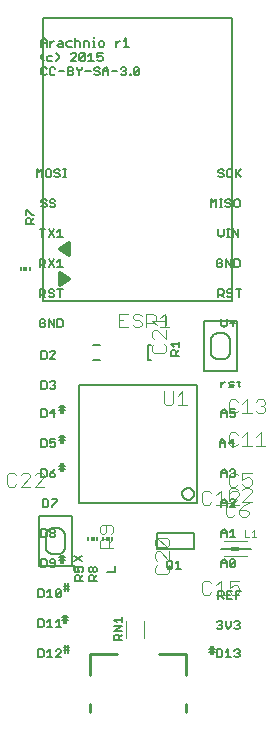
<source format=gto>
G75*
%MOIN*%
%OFA0B0*%
%FSLAX24Y24*%
%IPPOS*%
%LPD*%
%AMOC8*
5,1,8,0,0,1.08239X$1,22.5*
%
%ADD10C,0.0120*%
%ADD11C,0.0160*%
%ADD12C,0.0050*%
%ADD13R,0.0059X0.0118*%
%ADD14R,0.0118X0.0118*%
%ADD15C,0.0100*%
%ADD16C,0.0040*%
%ADD17C,0.0028*%
%ADD18C,0.0020*%
%ADD19R,0.0276X0.0118*%
D10*
X016550Y029950D02*
X016840Y030150D01*
X016550Y030350D01*
X016550Y029950D01*
X016850Y030950D02*
X016850Y031350D01*
X016550Y031150D01*
X016850Y030950D01*
D11*
X016730Y031110D02*
X016730Y031190D01*
X016670Y030190D02*
X016670Y030120D01*
D12*
X015960Y017525D02*
X015825Y017525D01*
X015825Y017795D01*
X015960Y017795D01*
X016005Y017750D01*
X016005Y017570D01*
X015960Y017525D01*
X016120Y017525D02*
X016300Y017525D01*
X016210Y017525D02*
X016210Y017795D01*
X016120Y017705D01*
X016414Y017750D02*
X016459Y017795D01*
X016549Y017795D01*
X016594Y017750D01*
X016594Y017705D01*
X016414Y017525D01*
X016594Y017525D01*
X016720Y017675D02*
X016720Y017945D01*
X016810Y017945D02*
X016810Y017675D01*
X016855Y017765D02*
X016675Y017765D01*
X016675Y017855D02*
X016810Y017855D01*
X016855Y017855D01*
X016594Y018525D02*
X016414Y018525D01*
X016504Y018525D02*
X016504Y018795D01*
X016414Y018705D01*
X016300Y018525D02*
X016120Y018525D01*
X016210Y018525D02*
X016210Y018795D01*
X016120Y018705D01*
X016005Y018750D02*
X015960Y018795D01*
X015825Y018795D01*
X015825Y018525D01*
X015960Y018525D01*
X016005Y018570D01*
X016005Y018750D01*
X015960Y019525D02*
X016005Y019570D01*
X016005Y019750D01*
X015960Y019795D01*
X015825Y019795D01*
X015825Y019525D01*
X015960Y019525D01*
X016120Y019525D02*
X016300Y019525D01*
X016210Y019525D02*
X016210Y019795D01*
X016120Y019705D01*
X016414Y019750D02*
X016459Y019795D01*
X016549Y019795D01*
X016594Y019750D01*
X016414Y019570D01*
X016459Y019525D01*
X016549Y019525D01*
X016594Y019570D01*
X016594Y019750D01*
X016675Y019815D02*
X016855Y019815D01*
X016855Y019905D02*
X016810Y019905D01*
X016675Y019905D01*
X016720Y019995D02*
X016720Y019725D01*
X016810Y019725D02*
X016810Y019995D01*
X017055Y020075D02*
X017055Y020210D01*
X017100Y020255D01*
X017190Y020255D01*
X017235Y020210D01*
X017235Y020075D01*
X017325Y020075D02*
X017055Y020075D01*
X017235Y020165D02*
X017325Y020255D01*
X017280Y020370D02*
X017325Y020415D01*
X017325Y020505D01*
X017280Y020550D01*
X017190Y020550D01*
X017145Y020505D01*
X017145Y020460D01*
X017190Y020370D01*
X017055Y020370D01*
X017055Y020550D01*
X017025Y020526D02*
X017295Y020526D01*
X017295Y020730D02*
X017025Y020911D01*
X017025Y020730D02*
X017295Y020911D01*
X017025Y020616D02*
X017025Y020436D01*
X016951Y020573D02*
X015849Y020573D01*
X015849Y022227D01*
X016951Y022227D01*
X016951Y020573D01*
X016660Y020675D02*
X016660Y020945D01*
X016660Y020855D02*
X016705Y020855D01*
X016660Y020855D02*
X016525Y020855D01*
X016525Y020765D02*
X016705Y020765D01*
X016570Y020675D02*
X016570Y020945D01*
X016479Y020967D02*
X016321Y020967D01*
X016355Y020795D02*
X016265Y020795D01*
X016220Y020750D01*
X016220Y020705D01*
X016265Y020660D01*
X016400Y020660D01*
X016400Y020570D02*
X016400Y020750D01*
X016355Y020795D01*
X016400Y020570D02*
X016355Y020525D01*
X016265Y020525D01*
X016220Y020570D01*
X016105Y020570D02*
X016105Y020750D01*
X016060Y020795D01*
X015925Y020795D01*
X015925Y020525D01*
X016060Y020525D01*
X016105Y020570D01*
X016414Y019750D02*
X016414Y019570D01*
X016670Y018945D02*
X016670Y018675D01*
X016760Y018675D02*
X016760Y018945D01*
X016760Y018855D02*
X016805Y018855D01*
X016760Y018855D02*
X016625Y018855D01*
X016625Y018765D02*
X016805Y018765D01*
X017505Y020075D02*
X017505Y020210D01*
X017550Y020255D01*
X017640Y020255D01*
X017685Y020210D01*
X017685Y020075D01*
X017775Y020075D02*
X017505Y020075D01*
X017685Y020165D02*
X017775Y020255D01*
X017730Y020370D02*
X017685Y020370D01*
X017640Y020415D01*
X017640Y020505D01*
X017685Y020550D01*
X017730Y020550D01*
X017775Y020505D01*
X017775Y020415D01*
X017730Y020370D01*
X017640Y020415D02*
X017595Y020370D01*
X017550Y020370D01*
X017505Y020415D01*
X017505Y020505D01*
X017550Y020550D01*
X017595Y020550D01*
X017640Y020505D01*
X018105Y020375D02*
X018375Y020375D01*
X018375Y020555D01*
X018625Y018869D02*
X018625Y018689D01*
X018625Y018779D02*
X018355Y018779D01*
X018445Y018689D01*
X018355Y018575D02*
X018625Y018575D01*
X018355Y018395D01*
X018625Y018395D01*
X018625Y018280D02*
X018535Y018190D01*
X018535Y018235D02*
X018535Y018100D01*
X018625Y018100D02*
X018355Y018100D01*
X018355Y018235D01*
X018400Y018280D01*
X018490Y018280D01*
X018535Y018235D01*
X020153Y020483D02*
X020108Y020528D01*
X020108Y020708D01*
X020153Y020753D01*
X020243Y020753D01*
X020288Y020708D01*
X020288Y020528D01*
X020243Y020483D01*
X020153Y020483D01*
X020198Y020573D02*
X020288Y020483D01*
X020403Y020483D02*
X020583Y020483D01*
X020493Y020483D02*
X020493Y020753D01*
X020403Y020663D01*
X021030Y021144D02*
X021030Y021656D01*
X019770Y021656D01*
X019770Y021144D01*
X021030Y021144D01*
X021825Y019745D02*
X021960Y019745D01*
X022005Y019700D01*
X022005Y019610D01*
X021960Y019565D01*
X021825Y019565D01*
X021825Y019475D02*
X021825Y019745D01*
X021915Y019565D02*
X022005Y019475D01*
X022120Y019475D02*
X022300Y019475D01*
X022414Y019475D02*
X022414Y019745D01*
X022594Y019745D01*
X022504Y019610D02*
X022414Y019610D01*
X022300Y019745D02*
X022120Y019745D01*
X022120Y019475D01*
X022120Y019610D02*
X022210Y019610D01*
X022265Y020525D02*
X022220Y020570D01*
X022400Y020750D01*
X022400Y020570D01*
X022355Y020525D01*
X022265Y020525D01*
X022220Y020570D02*
X022220Y020750D01*
X022265Y020795D01*
X022355Y020795D01*
X022400Y020750D01*
X022105Y020705D02*
X022105Y020525D01*
X022105Y020660D02*
X021925Y020660D01*
X021925Y020705D02*
X022015Y020795D01*
X022105Y020705D01*
X021925Y020705D02*
X021925Y020525D01*
X021928Y021150D02*
X022912Y021150D01*
X022400Y021525D02*
X022220Y021525D01*
X022310Y021525D02*
X022310Y021795D01*
X022220Y021705D01*
X022105Y021705D02*
X022015Y021795D01*
X021925Y021705D01*
X021925Y021525D01*
X021925Y021660D02*
X022105Y021660D01*
X022105Y021705D02*
X022105Y021525D01*
X022105Y022525D02*
X022105Y022705D01*
X022015Y022795D01*
X021925Y022705D01*
X021925Y022525D01*
X021925Y022660D02*
X022105Y022660D01*
X022220Y022750D02*
X022265Y022795D01*
X022355Y022795D01*
X022400Y022750D01*
X022400Y022705D01*
X022220Y022525D01*
X022400Y022525D01*
X022355Y023525D02*
X022265Y023525D01*
X022220Y023570D01*
X022105Y023525D02*
X022105Y023705D01*
X022015Y023795D01*
X021925Y023705D01*
X021925Y023525D01*
X021925Y023660D02*
X022105Y023660D01*
X022220Y023750D02*
X022265Y023795D01*
X022355Y023795D01*
X022400Y023750D01*
X022400Y023705D01*
X022355Y023660D01*
X022400Y023615D01*
X022400Y023570D01*
X022355Y023525D01*
X022355Y023660D02*
X022310Y023660D01*
X022305Y024525D02*
X022305Y024795D01*
X022170Y024660D01*
X022350Y024660D01*
X022055Y024660D02*
X021875Y024660D01*
X021875Y024705D02*
X021965Y024795D01*
X022055Y024705D01*
X022055Y024525D01*
X021875Y024525D02*
X021875Y024705D01*
X021925Y025525D02*
X021925Y025705D01*
X022015Y025795D01*
X022105Y025705D01*
X022105Y025525D01*
X022220Y025570D02*
X022265Y025525D01*
X022355Y025525D01*
X022400Y025570D01*
X022400Y025660D01*
X022355Y025705D01*
X022310Y025705D01*
X022220Y025660D01*
X022220Y025795D01*
X022400Y025795D01*
X022105Y025660D02*
X021925Y025660D01*
X021925Y026525D02*
X021925Y026705D01*
X021925Y026615D02*
X022015Y026705D01*
X022060Y026705D01*
X022171Y026660D02*
X022216Y026705D01*
X022351Y026705D01*
X022306Y026615D02*
X022216Y026615D01*
X022171Y026660D01*
X022171Y026525D02*
X022306Y026525D01*
X022351Y026570D01*
X022306Y026615D01*
X022465Y026705D02*
X022555Y026705D01*
X022510Y026750D02*
X022510Y026570D01*
X022555Y026525D01*
X022451Y027073D02*
X021349Y027073D01*
X021349Y028727D01*
X022451Y028727D01*
X022451Y027073D01*
X021979Y027467D02*
X021821Y027467D01*
X021793Y027469D01*
X021765Y027474D01*
X021737Y027482D01*
X021711Y027494D01*
X021687Y027509D01*
X021665Y027526D01*
X021644Y027547D01*
X021627Y027569D01*
X021612Y027593D01*
X021600Y027619D01*
X021592Y027647D01*
X021587Y027675D01*
X021585Y027703D01*
X021585Y028097D01*
X021587Y028125D01*
X021592Y028153D01*
X021600Y028181D01*
X021612Y028207D01*
X021627Y028231D01*
X021644Y028253D01*
X021665Y028274D01*
X021687Y028291D01*
X021711Y028306D01*
X021737Y028318D01*
X021765Y028326D01*
X021793Y028331D01*
X021821Y028333D01*
X021979Y028333D01*
X022015Y028525D02*
X022105Y028615D01*
X022105Y028795D01*
X022220Y028660D02*
X022400Y028660D01*
X022310Y028750D02*
X022310Y028570D01*
X022015Y028525D02*
X021925Y028615D01*
X021925Y028795D01*
X022300Y029400D02*
X016000Y029400D01*
X016000Y038849D01*
X022300Y038849D01*
X022300Y029400D01*
X022255Y029525D02*
X022165Y029525D01*
X022120Y029570D01*
X022165Y029660D02*
X022255Y029660D01*
X022300Y029615D01*
X022300Y029570D01*
X022255Y029525D01*
X022165Y029660D02*
X022120Y029705D01*
X022120Y029750D01*
X022165Y029795D01*
X022255Y029795D01*
X022300Y029750D01*
X022414Y029795D02*
X022594Y029795D01*
X022504Y029795D02*
X022504Y029525D01*
X022005Y029525D02*
X021915Y029615D01*
X021960Y029615D02*
X021825Y029615D01*
X021825Y029525D02*
X021825Y029795D01*
X021960Y029795D01*
X022005Y029750D01*
X022005Y029660D01*
X021960Y029615D01*
X021910Y030525D02*
X021820Y030525D01*
X021775Y030570D01*
X021775Y030750D01*
X021820Y030795D01*
X021910Y030795D01*
X021955Y030750D01*
X021955Y030660D02*
X021865Y030660D01*
X021955Y030660D02*
X021955Y030570D01*
X021910Y030525D01*
X022070Y030525D02*
X022070Y030795D01*
X022250Y030525D01*
X022250Y030795D01*
X022364Y030795D02*
X022499Y030795D01*
X022544Y030750D01*
X022544Y030570D01*
X022499Y030525D01*
X022364Y030525D01*
X022364Y030795D01*
X022316Y031525D02*
X022316Y031795D01*
X022496Y031525D01*
X022496Y031795D01*
X022210Y031795D02*
X022120Y031795D01*
X022165Y031795D02*
X022165Y031525D01*
X022120Y031525D02*
X022210Y031525D01*
X022005Y031615D02*
X022005Y031795D01*
X022005Y031615D02*
X021915Y031525D01*
X021825Y031615D01*
X021825Y031795D01*
X021870Y032525D02*
X021960Y032525D01*
X021915Y032525D02*
X021915Y032795D01*
X021870Y032795D02*
X021960Y032795D01*
X022066Y032750D02*
X022066Y032705D01*
X022111Y032660D01*
X022201Y032660D01*
X022246Y032615D01*
X022246Y032570D01*
X022201Y032525D01*
X022111Y032525D01*
X022066Y032570D01*
X022066Y032750D02*
X022111Y032795D01*
X022201Y032795D01*
X022246Y032750D01*
X022361Y032750D02*
X022361Y032570D01*
X022406Y032525D01*
X022496Y032525D01*
X022541Y032570D01*
X022541Y032750D01*
X022496Y032795D01*
X022406Y032795D01*
X022361Y032750D01*
X022414Y033525D02*
X022414Y033795D01*
X022300Y033750D02*
X022255Y033795D01*
X022165Y033795D01*
X022120Y033750D01*
X022120Y033570D01*
X022165Y033525D01*
X022255Y033525D01*
X022300Y033570D01*
X022414Y033615D02*
X022594Y033795D01*
X022459Y033660D02*
X022594Y033525D01*
X022005Y033570D02*
X021960Y033525D01*
X021870Y033525D01*
X021825Y033570D01*
X021870Y033660D02*
X021825Y033705D01*
X021825Y033750D01*
X021870Y033795D01*
X021960Y033795D01*
X022005Y033750D01*
X021960Y033660D02*
X022005Y033615D01*
X022005Y033570D01*
X021960Y033660D02*
X021870Y033660D01*
X021755Y032795D02*
X021755Y032525D01*
X021575Y032525D02*
X021575Y032795D01*
X021665Y032705D01*
X021755Y032795D01*
X019154Y036925D02*
X019064Y036925D01*
X019019Y036970D01*
X019199Y037150D01*
X019199Y036970D01*
X019154Y036925D01*
X019019Y036970D02*
X019019Y037150D01*
X019064Y037195D01*
X019154Y037195D01*
X019199Y037150D01*
X018917Y036970D02*
X018917Y036925D01*
X018872Y036925D01*
X018872Y036970D01*
X018917Y036970D01*
X018757Y036970D02*
X018712Y036925D01*
X018622Y036925D01*
X018577Y036970D01*
X018667Y037060D02*
X018712Y037060D01*
X018757Y037015D01*
X018757Y036970D01*
X018712Y037060D02*
X018757Y037105D01*
X018757Y037150D01*
X018712Y037195D01*
X018622Y037195D01*
X018577Y037150D01*
X018462Y037060D02*
X018282Y037060D01*
X018168Y037060D02*
X017988Y037060D01*
X017988Y037105D02*
X018078Y037195D01*
X018168Y037105D01*
X018168Y036925D01*
X017988Y036925D02*
X017988Y037105D01*
X017873Y037150D02*
X017828Y037195D01*
X017738Y037195D01*
X017693Y037150D01*
X017693Y037105D01*
X017738Y037060D01*
X017828Y037060D01*
X017873Y037015D01*
X017873Y036970D01*
X017828Y036925D01*
X017738Y036925D01*
X017693Y036970D01*
X017578Y037060D02*
X017398Y037060D01*
X017284Y037150D02*
X017284Y037195D01*
X017284Y037150D02*
X017194Y037060D01*
X017194Y036925D01*
X017194Y037060D02*
X017104Y037150D01*
X017104Y037195D01*
X016989Y037150D02*
X016989Y037105D01*
X016944Y037060D01*
X016809Y037060D01*
X016694Y037060D02*
X016514Y037060D01*
X016400Y036970D02*
X016355Y036925D01*
X016265Y036925D01*
X016220Y036970D01*
X016220Y037150D01*
X016265Y037195D01*
X016355Y037195D01*
X016400Y037150D01*
X016416Y037405D02*
X016506Y037495D01*
X016506Y037585D01*
X016416Y037675D01*
X016302Y037585D02*
X016166Y037585D01*
X016121Y037540D01*
X016121Y037450D01*
X016166Y037405D01*
X016302Y037405D01*
X016015Y037405D02*
X015925Y037495D01*
X015925Y037585D01*
X016015Y037675D01*
X015925Y037885D02*
X015925Y038065D01*
X016015Y038155D01*
X016105Y038065D01*
X016105Y037885D01*
X016220Y037885D02*
X016220Y038065D01*
X016310Y038065D02*
X016355Y038065D01*
X016310Y038065D02*
X016220Y037975D01*
X016105Y038020D02*
X015925Y038020D01*
X016465Y037930D02*
X016510Y037975D01*
X016645Y037975D01*
X016645Y038020D02*
X016645Y037885D01*
X016510Y037885D01*
X016465Y037930D01*
X016510Y038065D02*
X016600Y038065D01*
X016645Y038020D01*
X016760Y038020D02*
X016760Y037930D01*
X016805Y037885D01*
X016940Y037885D01*
X017054Y037885D02*
X017054Y038155D01*
X017100Y038065D02*
X017190Y038065D01*
X017235Y038020D01*
X017235Y037885D01*
X017349Y037885D02*
X017349Y038065D01*
X017484Y038065D01*
X017529Y038020D01*
X017529Y037885D01*
X017644Y037885D02*
X017734Y037885D01*
X017689Y037885D02*
X017689Y038065D01*
X017644Y038065D01*
X017689Y038155D02*
X017689Y038200D01*
X017840Y038020D02*
X017840Y037930D01*
X017885Y037885D01*
X017975Y037885D01*
X018020Y037930D01*
X018020Y038020D01*
X017975Y038065D01*
X017885Y038065D01*
X017840Y038020D01*
X017791Y037675D02*
X017791Y037540D01*
X017881Y037585D01*
X017926Y037585D01*
X017971Y037540D01*
X017971Y037450D01*
X017926Y037405D01*
X017836Y037405D01*
X017791Y037450D01*
X017677Y037405D02*
X017496Y037405D01*
X017587Y037405D02*
X017587Y037675D01*
X017496Y037585D01*
X017382Y037630D02*
X017202Y037450D01*
X017247Y037405D01*
X017337Y037405D01*
X017382Y037450D01*
X017382Y037630D01*
X017337Y037675D01*
X017247Y037675D01*
X017202Y037630D01*
X017202Y037450D01*
X017087Y037405D02*
X016907Y037405D01*
X017087Y037585D01*
X017087Y037630D01*
X017042Y037675D01*
X016952Y037675D01*
X016907Y037630D01*
X016760Y038020D02*
X016805Y038065D01*
X016940Y038065D01*
X017054Y038020D02*
X017100Y038065D01*
X017791Y037675D02*
X017971Y037675D01*
X018430Y037885D02*
X018430Y038065D01*
X018520Y038065D02*
X018565Y038065D01*
X018520Y038065D02*
X018430Y037975D01*
X018675Y037885D02*
X018855Y037885D01*
X018765Y037885D02*
X018765Y038155D01*
X018675Y038065D01*
X016989Y037150D02*
X016944Y037195D01*
X016809Y037195D01*
X016809Y036925D01*
X016944Y036925D01*
X016989Y036970D01*
X016989Y037015D01*
X016944Y037060D01*
X016105Y036970D02*
X016060Y036925D01*
X015970Y036925D01*
X015925Y036970D01*
X015925Y037150D01*
X015970Y037195D01*
X016060Y037195D01*
X016105Y037150D01*
X016115Y033795D02*
X016070Y033750D01*
X016070Y033570D01*
X016115Y033525D01*
X016205Y033525D01*
X016250Y033570D01*
X016250Y033750D01*
X016205Y033795D01*
X016115Y033795D01*
X015955Y033795D02*
X015955Y033525D01*
X015775Y033525D02*
X015775Y033795D01*
X015865Y033705D01*
X015955Y033795D01*
X016364Y033750D02*
X016364Y033705D01*
X016409Y033660D01*
X016499Y033660D01*
X016544Y033615D01*
X016544Y033570D01*
X016499Y033525D01*
X016409Y033525D01*
X016364Y033570D01*
X016364Y033750D02*
X016409Y033795D01*
X016499Y033795D01*
X016544Y033750D01*
X016659Y033795D02*
X016749Y033795D01*
X016704Y033795D02*
X016704Y033525D01*
X016659Y033525D02*
X016749Y033525D01*
X016355Y032795D02*
X016265Y032795D01*
X016220Y032750D01*
X016220Y032705D01*
X016265Y032660D01*
X016355Y032660D01*
X016400Y032615D01*
X016400Y032570D01*
X016355Y032525D01*
X016265Y032525D01*
X016220Y032570D01*
X016105Y032570D02*
X016060Y032525D01*
X015970Y032525D01*
X015925Y032570D01*
X015970Y032660D02*
X016060Y032660D01*
X016105Y032615D01*
X016105Y032570D01*
X015970Y032660D02*
X015925Y032705D01*
X015925Y032750D01*
X015970Y032795D01*
X016060Y032795D01*
X016105Y032750D01*
X016355Y032795D02*
X016400Y032750D01*
X015675Y032270D02*
X015630Y032270D01*
X015450Y032450D01*
X015405Y032450D01*
X015405Y032270D01*
X015450Y032155D02*
X015540Y032155D01*
X015585Y032110D01*
X015585Y031975D01*
X015675Y031975D02*
X015405Y031975D01*
X015405Y032110D01*
X015450Y032155D01*
X015585Y032065D02*
X015675Y032155D01*
X015875Y031795D02*
X016055Y031795D01*
X015965Y031795D02*
X015965Y031525D01*
X016170Y031525D02*
X016350Y031795D01*
X016464Y031705D02*
X016554Y031795D01*
X016554Y031525D01*
X016464Y031525D02*
X016644Y031525D01*
X016350Y031525D02*
X016170Y031795D01*
X016170Y030795D02*
X016350Y030525D01*
X016464Y030525D02*
X016644Y030525D01*
X016554Y030525D02*
X016554Y030795D01*
X016464Y030705D01*
X016350Y030795D02*
X016170Y030525D01*
X016055Y030525D02*
X015965Y030615D01*
X016010Y030615D02*
X015875Y030615D01*
X015875Y030525D02*
X015875Y030795D01*
X016010Y030795D01*
X016055Y030750D01*
X016055Y030660D01*
X016010Y030615D01*
X016010Y029795D02*
X016055Y029750D01*
X016055Y029660D01*
X016010Y029615D01*
X015875Y029615D01*
X015875Y029525D02*
X015875Y029795D01*
X016010Y029795D01*
X016170Y029750D02*
X016170Y029705D01*
X016215Y029660D01*
X016305Y029660D01*
X016350Y029615D01*
X016350Y029570D01*
X016305Y029525D01*
X016215Y029525D01*
X016170Y029570D01*
X016055Y029525D02*
X015965Y029615D01*
X016170Y029750D02*
X016215Y029795D01*
X016305Y029795D01*
X016350Y029750D01*
X016464Y029795D02*
X016644Y029795D01*
X016554Y029795D02*
X016554Y029525D01*
X016599Y028795D02*
X016464Y028795D01*
X016464Y028525D01*
X016599Y028525D01*
X016644Y028570D01*
X016644Y028750D01*
X016599Y028795D01*
X016350Y028795D02*
X016350Y028525D01*
X016170Y028795D01*
X016170Y028525D01*
X016055Y028570D02*
X016055Y028660D01*
X015965Y028660D01*
X015875Y028570D02*
X015920Y028525D01*
X016010Y028525D01*
X016055Y028570D01*
X015875Y028570D02*
X015875Y028750D01*
X015920Y028795D01*
X016010Y028795D01*
X016055Y028750D01*
X016060Y027745D02*
X015925Y027745D01*
X015925Y027475D01*
X016060Y027475D01*
X016105Y027520D01*
X016105Y027700D01*
X016060Y027745D01*
X016220Y027700D02*
X016265Y027745D01*
X016355Y027745D01*
X016400Y027700D01*
X016400Y027655D01*
X016220Y027475D01*
X016400Y027475D01*
X016355Y026745D02*
X016400Y026700D01*
X016400Y026655D01*
X016355Y026610D01*
X016400Y026565D01*
X016400Y026520D01*
X016355Y026475D01*
X016265Y026475D01*
X016220Y026520D01*
X016105Y026520D02*
X016105Y026700D01*
X016060Y026745D01*
X015925Y026745D01*
X015925Y026475D01*
X016060Y026475D01*
X016105Y026520D01*
X016220Y026700D02*
X016265Y026745D01*
X016355Y026745D01*
X016355Y026610D02*
X016310Y026610D01*
X016570Y025945D02*
X016570Y025675D01*
X016660Y025675D02*
X016660Y025945D01*
X016660Y025855D02*
X016705Y025855D01*
X016660Y025855D02*
X016525Y025855D01*
X016525Y025765D02*
X016705Y025765D01*
X016400Y025660D02*
X016220Y025660D01*
X016355Y025795D01*
X016355Y025525D01*
X016105Y025570D02*
X016105Y025750D01*
X016060Y025795D01*
X015925Y025795D01*
X015925Y025525D01*
X016060Y025525D01*
X016105Y025570D01*
X016060Y024795D02*
X015925Y024795D01*
X015925Y024525D01*
X016060Y024525D01*
X016105Y024570D01*
X016105Y024750D01*
X016060Y024795D01*
X016220Y024795D02*
X016220Y024660D01*
X016310Y024705D01*
X016355Y024705D01*
X016400Y024660D01*
X016400Y024570D01*
X016355Y024525D01*
X016265Y024525D01*
X016220Y024570D01*
X016220Y024795D02*
X016400Y024795D01*
X016525Y024765D02*
X016705Y024765D01*
X016705Y024855D02*
X016660Y024855D01*
X016525Y024855D01*
X016570Y024945D02*
X016570Y024675D01*
X016660Y024675D02*
X016660Y024945D01*
X016660Y023995D02*
X016660Y023725D01*
X016570Y023725D02*
X016570Y023995D01*
X016525Y023905D02*
X016660Y023905D01*
X016705Y023905D01*
X016705Y023815D02*
X016525Y023815D01*
X016400Y023795D02*
X016310Y023750D01*
X016220Y023660D01*
X016355Y023660D01*
X016400Y023615D01*
X016400Y023570D01*
X016355Y023525D01*
X016265Y023525D01*
X016220Y023570D01*
X016220Y023660D01*
X016105Y023570D02*
X016105Y023750D01*
X016060Y023795D01*
X015925Y023795D01*
X015925Y023525D01*
X016060Y023525D01*
X016105Y023570D01*
X016110Y022795D02*
X015975Y022795D01*
X015975Y022525D01*
X016110Y022525D01*
X016155Y022570D01*
X016155Y022750D01*
X016110Y022795D01*
X016270Y022795D02*
X016450Y022795D01*
X016450Y022750D01*
X016270Y022570D01*
X016270Y022525D01*
X016321Y021833D02*
X016479Y021833D01*
X016400Y021750D02*
X016400Y021705D01*
X016355Y021660D01*
X016265Y021660D01*
X016220Y021705D01*
X016220Y021750D01*
X016265Y021795D01*
X016355Y021795D01*
X016400Y021750D01*
X016355Y021660D02*
X016400Y021615D01*
X016400Y021570D01*
X016355Y021525D01*
X016265Y021525D01*
X016220Y021570D01*
X016220Y021615D01*
X016265Y021660D01*
X016321Y021833D02*
X016293Y021831D01*
X016265Y021826D01*
X016237Y021818D01*
X016211Y021806D01*
X016187Y021791D01*
X016165Y021774D01*
X016144Y021753D01*
X016127Y021731D01*
X016112Y021707D01*
X016100Y021681D01*
X016092Y021653D01*
X016087Y021625D01*
X016085Y021597D01*
X016085Y021203D01*
X016087Y021175D01*
X016092Y021147D01*
X016100Y021119D01*
X016112Y021093D01*
X016127Y021069D01*
X016144Y021047D01*
X016165Y021026D01*
X016187Y021009D01*
X016211Y020994D01*
X016237Y020982D01*
X016265Y020974D01*
X016293Y020969D01*
X016321Y020967D01*
X016479Y020967D02*
X016507Y020969D01*
X016535Y020974D01*
X016563Y020982D01*
X016589Y020994D01*
X016613Y021009D01*
X016635Y021026D01*
X016656Y021047D01*
X016673Y021069D01*
X016688Y021093D01*
X016700Y021119D01*
X016708Y021147D01*
X016713Y021175D01*
X016715Y021203D01*
X016715Y021597D01*
X016713Y021625D01*
X016708Y021653D01*
X016700Y021681D01*
X016688Y021707D01*
X016673Y021731D01*
X016656Y021753D01*
X016635Y021774D01*
X016613Y021791D01*
X016589Y021806D01*
X016563Y021818D01*
X016535Y021826D01*
X016507Y021831D01*
X016479Y021833D01*
X016105Y021750D02*
X016105Y021570D01*
X016060Y021525D01*
X015925Y021525D01*
X015925Y021795D01*
X016060Y021795D01*
X016105Y021750D01*
X017181Y022681D02*
X017181Y026619D01*
X021119Y026619D01*
X021119Y022681D01*
X017181Y022681D01*
X017662Y027439D02*
X017898Y027439D01*
X017898Y027951D02*
X017662Y027951D01*
X019473Y027951D02*
X019473Y027439D01*
X019591Y027439D01*
X019591Y027951D02*
X019473Y027951D01*
X020255Y027960D02*
X020525Y027960D01*
X020525Y027870D02*
X020525Y028050D01*
X020345Y027870D02*
X020255Y027960D01*
X020300Y027755D02*
X020255Y027710D01*
X020255Y027575D01*
X020525Y027575D01*
X020435Y027575D02*
X020435Y027710D01*
X020390Y027755D01*
X020300Y027755D01*
X020435Y027665D02*
X020525Y027755D01*
X021979Y027467D02*
X022007Y027469D01*
X022035Y027474D01*
X022063Y027482D01*
X022089Y027494D01*
X022113Y027509D01*
X022135Y027526D01*
X022156Y027547D01*
X022173Y027569D01*
X022188Y027593D01*
X022200Y027619D01*
X022208Y027647D01*
X022213Y027675D01*
X022215Y027703D01*
X022215Y028097D01*
X022213Y028125D01*
X022208Y028153D01*
X022200Y028181D01*
X022188Y028207D01*
X022173Y028231D01*
X022156Y028253D01*
X022135Y028274D01*
X022113Y028291D01*
X022089Y028306D01*
X022063Y028318D01*
X022035Y028326D01*
X022007Y028331D01*
X021979Y028333D01*
X020626Y022977D02*
X020628Y023004D01*
X020634Y023031D01*
X020643Y023057D01*
X020656Y023081D01*
X020672Y023104D01*
X020691Y023123D01*
X020713Y023140D01*
X020737Y023154D01*
X020762Y023164D01*
X020789Y023171D01*
X020816Y023174D01*
X020844Y023173D01*
X020871Y023168D01*
X020897Y023160D01*
X020921Y023148D01*
X020944Y023132D01*
X020965Y023114D01*
X020982Y023093D01*
X020997Y023069D01*
X021008Y023044D01*
X021016Y023018D01*
X021020Y022991D01*
X021020Y022963D01*
X021016Y022936D01*
X021008Y022910D01*
X020997Y022885D01*
X020982Y022861D01*
X020965Y022840D01*
X020944Y022822D01*
X020922Y022806D01*
X020897Y022794D01*
X020871Y022786D01*
X020844Y022781D01*
X020816Y022780D01*
X020789Y022783D01*
X020762Y022790D01*
X020737Y022800D01*
X020713Y022814D01*
X020691Y022831D01*
X020672Y022850D01*
X020656Y022873D01*
X020643Y022897D01*
X020634Y022923D01*
X020628Y022950D01*
X020626Y022977D01*
X021820Y018745D02*
X021910Y018745D01*
X021955Y018700D01*
X021955Y018655D01*
X021910Y018610D01*
X021955Y018565D01*
X021955Y018520D01*
X021910Y018475D01*
X021820Y018475D01*
X021775Y018520D01*
X021865Y018610D02*
X021910Y018610D01*
X021775Y018700D02*
X021820Y018745D01*
X022070Y018745D02*
X022070Y018565D01*
X022160Y018475D01*
X022250Y018565D01*
X022250Y018745D01*
X022364Y018700D02*
X022409Y018745D01*
X022499Y018745D01*
X022544Y018700D01*
X022544Y018655D01*
X022499Y018610D01*
X022544Y018565D01*
X022544Y018520D01*
X022499Y018475D01*
X022409Y018475D01*
X022364Y018520D01*
X022454Y018610D02*
X022499Y018610D01*
X022499Y017795D02*
X022544Y017750D01*
X022544Y017705D01*
X022499Y017660D01*
X022544Y017615D01*
X022544Y017570D01*
X022499Y017525D01*
X022409Y017525D01*
X022364Y017570D01*
X022250Y017525D02*
X022070Y017525D01*
X022160Y017525D02*
X022160Y017795D01*
X022070Y017705D01*
X021955Y017750D02*
X021910Y017795D01*
X021775Y017795D01*
X021775Y017525D01*
X021910Y017525D01*
X021955Y017570D01*
X021955Y017750D01*
X021705Y017715D02*
X021525Y017715D01*
X021525Y017805D02*
X021660Y017805D01*
X021705Y017805D01*
X021660Y017895D02*
X021660Y017625D01*
X021570Y017625D02*
X021570Y017895D01*
X022364Y017750D02*
X022409Y017795D01*
X022499Y017795D01*
X022499Y017660D02*
X022454Y017660D01*
D13*
X018298Y021459D03*
X018002Y021459D03*
X017798Y021459D03*
X017502Y021459D03*
X015548Y030459D03*
X015252Y030459D03*
D14*
X015400Y030459D03*
X017650Y021459D03*
X018150Y021459D03*
D15*
X018441Y017631D02*
X017536Y017631D01*
X017536Y016922D01*
X017536Y015978D02*
X017536Y015702D01*
X019859Y017631D02*
X020764Y017631D01*
X020764Y016922D01*
X020764Y015978D02*
X020764Y015702D01*
D16*
X019345Y018155D02*
X019345Y018745D01*
X018755Y018745D02*
X018755Y018155D01*
X019796Y020289D02*
X020103Y020289D01*
X020180Y020366D01*
X020180Y020519D01*
X020103Y020596D01*
X020180Y020749D02*
X019873Y021056D01*
X019796Y021056D01*
X019720Y020979D01*
X019720Y020826D01*
X019796Y020749D01*
X019796Y020596D02*
X019720Y020519D01*
X019720Y020366D01*
X019796Y020289D01*
X020180Y020749D02*
X020180Y021056D01*
X020103Y021210D02*
X019796Y021517D01*
X020103Y021517D01*
X020180Y021440D01*
X020180Y021286D01*
X020103Y021210D01*
X019796Y021210D01*
X019720Y021286D01*
X019720Y021440D01*
X019796Y021517D01*
X018330Y021477D02*
X018177Y021323D01*
X018177Y021400D02*
X018177Y021170D01*
X018330Y021170D02*
X017870Y021170D01*
X017870Y021400D01*
X017946Y021477D01*
X018100Y021477D01*
X018177Y021400D01*
X018253Y021630D02*
X018330Y021707D01*
X018330Y021861D01*
X018253Y021937D01*
X017946Y021937D01*
X017870Y021861D01*
X017870Y021707D01*
X017946Y021630D01*
X018023Y021630D01*
X018100Y021707D01*
X018100Y021937D01*
X016017Y023220D02*
X015710Y023220D01*
X016017Y023527D01*
X016017Y023604D01*
X015940Y023680D01*
X015786Y023680D01*
X015710Y023604D01*
X015556Y023604D02*
X015479Y023680D01*
X015326Y023680D01*
X015249Y023604D01*
X015096Y023604D02*
X015019Y023680D01*
X014866Y023680D01*
X014789Y023604D01*
X014789Y023297D01*
X014866Y023220D01*
X015019Y023220D01*
X015096Y023297D01*
X015249Y023220D02*
X015556Y023527D01*
X015556Y023604D01*
X015556Y023220D02*
X015249Y023220D01*
X018510Y028526D02*
X018816Y028526D01*
X018970Y028603D02*
X019047Y028526D01*
X019200Y028526D01*
X019277Y028603D01*
X019277Y028680D01*
X019200Y028756D01*
X019047Y028756D01*
X018970Y028833D01*
X018970Y028910D01*
X019047Y028987D01*
X019200Y028987D01*
X019277Y028910D01*
X019430Y028987D02*
X019661Y028987D01*
X019737Y028910D01*
X019737Y028756D01*
X019661Y028680D01*
X019430Y028680D01*
X019430Y028526D02*
X019430Y028987D01*
X019620Y028744D02*
X020080Y028744D01*
X020080Y028591D02*
X020080Y028898D01*
X020044Y028987D02*
X020044Y028526D01*
X020080Y028437D02*
X020080Y028130D01*
X019773Y028437D01*
X019696Y028437D01*
X019620Y028361D01*
X019620Y028207D01*
X019696Y028130D01*
X019696Y027977D02*
X019620Y027900D01*
X019620Y027747D01*
X019696Y027670D01*
X020003Y027670D01*
X020080Y027747D01*
X020080Y027900D01*
X020003Y027977D01*
X019891Y028526D02*
X020198Y028526D01*
X019773Y028591D02*
X019620Y028744D01*
X019891Y028833D02*
X020044Y028987D01*
X018816Y028987D02*
X018510Y028987D01*
X018510Y028526D01*
X018510Y028756D02*
X018663Y028756D01*
X020021Y026402D02*
X020021Y026018D01*
X020098Y025942D01*
X020251Y025942D01*
X020328Y026018D01*
X020328Y026402D01*
X020481Y026249D02*
X020635Y026402D01*
X020635Y025942D01*
X020788Y025942D02*
X020481Y025942D01*
X022170Y026054D02*
X022170Y025747D01*
X022247Y025670D01*
X022400Y025670D01*
X022477Y025747D01*
X022630Y025670D02*
X022937Y025670D01*
X022784Y025670D02*
X022784Y026130D01*
X022630Y025977D01*
X022477Y026054D02*
X022400Y026130D01*
X022247Y026130D01*
X022170Y026054D01*
X022247Y025030D02*
X022170Y024954D01*
X022170Y024647D01*
X022247Y024570D01*
X022400Y024570D01*
X022477Y024647D01*
X022630Y024570D02*
X022937Y024570D01*
X022784Y024570D02*
X022784Y025030D01*
X022630Y024877D01*
X022477Y024954D02*
X022400Y025030D01*
X022247Y025030D01*
X023091Y024877D02*
X023244Y025030D01*
X023244Y024570D01*
X023091Y024570D02*
X023398Y024570D01*
X022937Y023680D02*
X022630Y023680D01*
X022630Y023450D01*
X022784Y023527D01*
X022861Y023527D01*
X022937Y023450D01*
X022937Y023297D01*
X022861Y023220D01*
X022707Y023220D01*
X022630Y023297D01*
X022707Y023180D02*
X022630Y023104D01*
X022707Y023180D02*
X022861Y023180D01*
X022937Y023104D01*
X022937Y023027D01*
X022630Y022720D01*
X022937Y022720D01*
X022837Y022680D02*
X022684Y022604D01*
X022530Y022450D01*
X022761Y022450D01*
X022837Y022373D01*
X022837Y022297D01*
X022761Y022220D01*
X022607Y022220D01*
X022530Y022297D01*
X022530Y022450D01*
X022517Y022620D02*
X022210Y022620D01*
X022517Y022927D01*
X022517Y023004D01*
X022440Y023080D01*
X022286Y023080D01*
X022210Y023004D01*
X022170Y023104D02*
X022170Y022797D01*
X022247Y022720D01*
X022400Y022720D01*
X022477Y022797D01*
X022300Y022680D02*
X022147Y022680D01*
X022070Y022604D01*
X022070Y022297D01*
X022147Y022220D01*
X022300Y022220D01*
X022377Y022297D01*
X022377Y022604D02*
X022300Y022680D01*
X022056Y022620D02*
X021749Y022620D01*
X021903Y022620D02*
X021903Y023080D01*
X021749Y022927D01*
X021596Y023004D02*
X021519Y023080D01*
X021366Y023080D01*
X021289Y023004D01*
X021289Y022697D01*
X021366Y022620D01*
X021519Y022620D01*
X021596Y022697D01*
X022170Y023104D02*
X022247Y023180D01*
X022400Y023180D01*
X022477Y023104D01*
X022400Y023220D02*
X022477Y023297D01*
X022400Y023220D02*
X022247Y023220D01*
X022170Y023297D01*
X022170Y023604D01*
X022247Y023680D01*
X022400Y023680D01*
X022477Y023604D01*
X023168Y025670D02*
X023091Y025747D01*
X023168Y025670D02*
X023321Y025670D01*
X023398Y025747D01*
X023398Y025823D01*
X023321Y025900D01*
X023244Y025900D01*
X023321Y025900D02*
X023398Y025977D01*
X023398Y026054D01*
X023321Y026130D01*
X023168Y026130D01*
X023091Y026054D01*
X022517Y020080D02*
X022210Y020080D01*
X022210Y019850D01*
X022363Y019927D01*
X022440Y019927D01*
X022517Y019850D01*
X022517Y019697D01*
X022440Y019620D01*
X022286Y019620D01*
X022210Y019697D01*
X022056Y019620D02*
X021749Y019620D01*
X021903Y019620D02*
X021903Y020080D01*
X021749Y019927D01*
X021596Y020004D02*
X021519Y020080D01*
X021366Y020080D01*
X021289Y020004D01*
X021289Y019697D01*
X021366Y019620D01*
X021519Y019620D01*
X021596Y019697D01*
D17*
X022006Y020904D02*
X022794Y020904D01*
X022794Y021396D02*
X022006Y021396D01*
D18*
X022718Y021545D02*
X022865Y021545D01*
X022939Y021545D02*
X023086Y021545D01*
X023012Y021545D02*
X023012Y021765D01*
X022939Y021692D01*
X022718Y021765D02*
X022718Y021545D01*
D19*
X022400Y021150D03*
M02*

</source>
